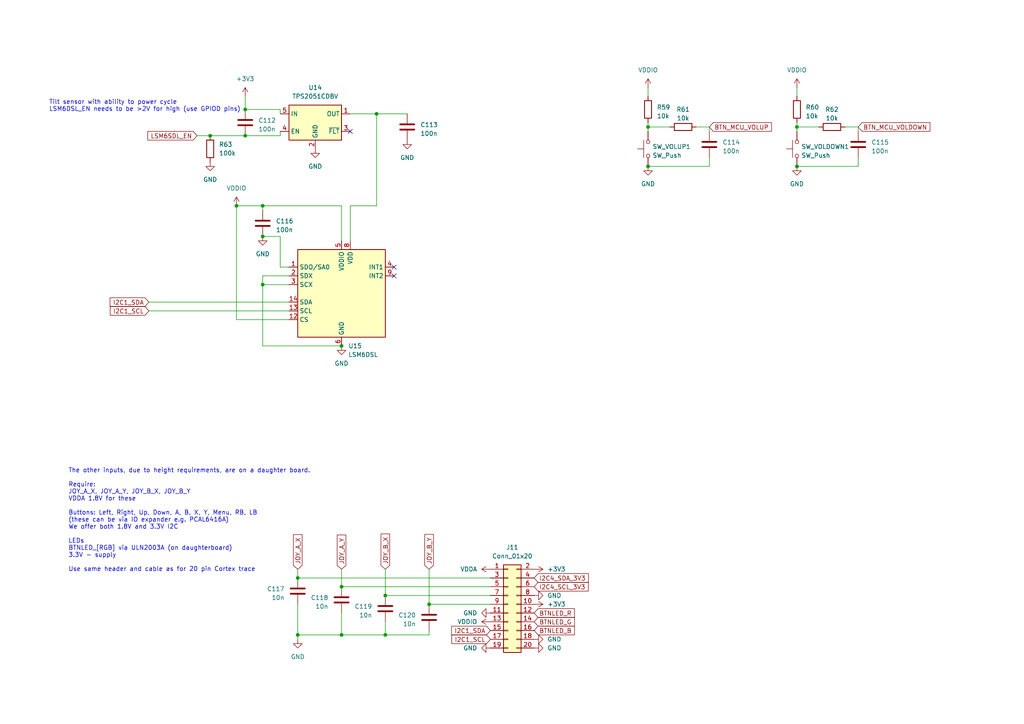
<source format=kicad_sch>
(kicad_sch (version 20250114) (generator "eeschema") (generator_version "9.0")
  (paper "A4")
  (lib_symbols
    (symbol "Connector_Generic:Conn_02x10_Odd_Even" (pin_names (offset 1.016) (hide yes))
      (property "Reference" "J" (at 1.27 12.7 0))
      (property "Value" "Conn_02x10_Odd_Even" (at 1.27 -15.24 0))
      (symbol "Conn_02x10_Odd_Even_1_1"
        (rectangle (start -1.27 11.43) (end 3.81 -13.97) (stroke (width 0.254)) (fill (type background)))
        (rectangle (start -1.27 10.287) (end 0 10.033) (stroke (width 0.1524)))
        (rectangle (start -1.27 7.747) (end 0 7.493) (stroke (width 0.1524)))
        (rectangle (start -1.27 5.207) (end 0 4.953) (stroke (width 0.1524)))
        (rectangle (start -1.27 2.667) (end 0 2.413) (stroke (width 0.1524)))
        (rectangle (start -1.27 0.127) (end 0 -0.127) (stroke (width 0.1524)))
        (rectangle (start -1.27 -2.413) (end 0 -2.667) (stroke (width 0.1524)))
        (rectangle (start -1.27 -4.953) (end 0 -5.207) (stroke (width 0.1524)))
        (rectangle (start -1.27 -7.493) (end 0 -7.747) (stroke (width 0.1524)))
        (rectangle (start -1.27 -10.033) (end 0 -10.287) (stroke (width 0.1524)))
        (rectangle (start -1.27 -12.573) (end 0 -12.827) (stroke (width 0.1524)))
        (rectangle (start 3.81 10.287) (end 2.54 10.033) (stroke (width 0.1524)))
        (rectangle (start 3.81 7.747) (end 2.54 7.493) (stroke (width 0.1524)))
        (rectangle (start 3.81 5.207) (end 2.54 4.953) (stroke (width 0.1524)))
        (rectangle (start 3.81 2.667) (end 2.54 2.413) (stroke (width 0.1524)))
        (rectangle (start 3.81 0.127) (end 2.54 -0.127) (stroke (width 0.1524)))
        (rectangle (start 3.81 -2.413) (end 2.54 -2.667) (stroke (width 0.1524)))
        (rectangle (start 3.81 -4.953) (end 2.54 -5.207) (stroke (width 0.1524)))
        (rectangle (start 3.81 -7.493) (end 2.54 -7.747) (stroke (width 0.1524)))
        (rectangle (start 3.81 -10.033) (end 2.54 -10.287) (stroke (width 0.1524)))
        (rectangle (start 3.81 -12.573) (end 2.54 -12.827) (stroke (width 0.1524)))
        (pin passive line (at -5.08 10.16 0) (length 3.81) (name "Pin_1") (number "1"))
        (pin passive line (at -5.08 7.62 0) (length 3.81) (name "Pin_3") (number "3"))
        (pin passive line (at -5.08 5.08 0) (length 3.81) (name "Pin_5") (number "5"))
        (pin passive line (at -5.08 2.54 0) (length 3.81) (name "Pin_7") (number "7"))
        (pin passive line (at -5.08 0 0) (length 3.81) (name "Pin_9") (number "9"))
        (pin passive line (at -5.08 -2.54 0) (length 3.81) (name "Pin_11") (number "11"))
        (pin passive line (at -5.08 -5.08 0) (length 3.81) (name "Pin_13") (number "13"))
        (pin passive line (at -5.08 -7.62 0) (length 3.81) (name "Pin_15") (number "15"))
        (pin passive line (at -5.08 -10.16 0) (length 3.81) (name "Pin_17") (number "17"))
        (pin passive line (at -5.08 -12.7 0) (length 3.81) (name "Pin_19") (number "19"))
        (pin passive line (at 7.62 10.16 180) (length 3.81) (name "Pin_2") (number "2"))
        (pin passive line (at 7.62 7.62 180) (length 3.81) (name "Pin_4") (number "4"))
        (pin passive line (at 7.62 5.08 180) (length 3.81) (name "Pin_6") (number "6"))
        (pin passive line (at 7.62 2.54 180) (length 3.81) (name "Pin_8") (number "8"))
        (pin passive line (at 7.62 0 180) (length 3.81) (name "Pin_10") (number "10"))
        (pin passive line (at 7.62 -2.54 180) (length 3.81) (name "Pin_12") (number "12"))
        (pin passive line (at 7.62 -5.08 180) (length 3.81) (name "Pin_14") (number "14"))
        (pin passive line (at 7.62 -7.62 180) (length 3.81) (name "Pin_16") (number "16"))
        (pin passive line (at 7.62 -10.16 180) (length 3.81) (name "Pin_18") (number "18"))
        (pin passive line (at 7.62 -12.7 180) (length 3.81) (name "Pin_20") (number "20"))
      )
    )
    (symbol "Device:C" (pin_numbers (hide yes)) (pin_names (offset 0.254))
      (property "Reference" "C" (at 0.635 2.54 0))
      (property "Value" "C" (at 0.635 -2.54 0))
      (symbol "C_0_1"
        (polyline (pts (xy -2.032 0.762) (xy 2.032 0.762)) (stroke (width 0.508)))
        (polyline (pts (xy -2.032 -0.762) (xy 2.032 -0.762)) (stroke (width 0.508)))
      )
      (symbol "C_1_1"
        (pin passive line (at 0 3.81 270) (length 2.794) (name "~") (number "1"))
        (pin passive line (at 0 -3.81 90) (length 2.794) (name "~") (number "2"))
      )
    )
    (symbol "Device:R" (pin_numbers (hide yes)) (pin_names (offset 0))
      (property "Reference" "R" (at 2.032 0 90))
      (property "Value" "R" (at 0 0 90))
      (symbol "R_0_1"
        (rectangle (start -1.016 -2.54) (end 1.016 2.54) (stroke (width 0.254)))
      )
      (symbol "R_1_1"
        (pin passive line (at 0 3.81 270) (length 1.27) (name "~") (number "1"))
        (pin passive line (at 0 -3.81 90) (length 1.27) (name "~") (number "2"))
      )
    )
    (symbol "Power_Management:TPS2051CDBV"
      (property "Reference" "U" (at -7.62 -6.35 0))
      (property "Value" "TPS2051CDBV" (at -7.62 6.35 0))
      (symbol "TPS2051CDBV_0_1"
        (rectangle (start -7.62 5.08) (end 7.62 -5.08) (stroke (width 0.254)) (fill (type background)))
      )
      (symbol "TPS2051CDBV_1_1"
        (pin power_in line (at -10.16 2.54 0) (length 2.54) (name "IN") (number "5"))
        (pin input line (at -10.16 -2.54 0) (length 2.54) (name "EN") (number "4"))
        (pin power_in line (at 0 -7.62 90) (length 2.54) (name "GND") (number "2"))
        (pin power_out line (at 10.16 2.54 180) (length 2.54) (name "OUT") (number "1"))
        (pin open_collector line (at 10.16 -2.54 180) (length 2.54) (name "~{FLT}") (number "3"))
      )
    )
    (symbol "Sensor_Motion:LSM6DSL"
      (property "Reference" "U" (at -11.43 15.24 0))
      (property "Value" "LSM6DSL" (at -11.43 12.7 0))
      (symbol "LSM6DSL_0_1"
        (rectangle (start -12.7 12.7) (end 12.7 -12.7) (stroke (width 0.254)) (fill (type background)))
      )
      (symbol "LSM6DSL_1_1"
        (pin bidirectional line (at -15.24 7.62 0) (length 2.54) (name "SDO/SA0") (number "1"))
        (pin bidirectional line (at -15.24 5.08 0) (length 2.54) (name "SDX") (number "2"))
        (pin input line (at -15.24 2.54 0) (length 2.54) (name "SCX") (number "3"))
        (pin bidirectional line (at -15.24 -2.54 0) (length 2.54) (name "SDA") (number "14"))
        (pin input line (at -15.24 -5.08 0) (length 2.54) (name "SCL") (number "13"))
        (pin input line (at -15.24 -7.62 0) (length 2.54) (name "CS") (number "12"))
        (pin power_in line (at 0 15.24 270) (length 2.54) (name "VDDIO") (number "5"))
        (pin power_in line (at 0 -15.24 90) (length 2.54) (name "GND") (number "6"))
        (pin passive line (at 0 -15.24 90) (length 2.54) (hide yes) (name "GND") (number "7"))
        (pin power_in line (at 2.54 15.24 270) (length 2.54) (name "VDD") (number "8"))
        (pin no_connect line (at 12.7 -2.54 180) (length 3.81) (hide yes) (name "NC") (number "11"))
        (pin no_connect line (at 12.7 -5.08 180) (length 3.81) (hide yes) (name "NC") (number "10"))
        (pin output line (at 15.24 7.62 180) (length 2.54) (name "INT1") (number "4"))
        (pin output line (at 15.24 5.08 180) (length 2.54) (name "INT2") (number "9"))
      )
    )
    (symbol "Switch:SW_Push" (pin_numbers (hide yes)) (pin_names (offset 1.016) (hide yes))
      (property "Reference" "SW" (at 1.27 2.54 0))
      (property "Value" "SW_Push" (at 0 -1.524 0))
      (symbol "SW_Push_0_1"
        (circle (center -2.032 0) (radius 0.508))
        (polyline (pts (xy 0 1.27) (xy 0 3.048)))
        (circle (center 2.032 0) (radius 0.508))
        (polyline (pts (xy 2.54 1.27) (xy -2.54 1.27)))
        (pin passive line (at -5.08 0 0) (length 2.54) (name "1") (number "1"))
        (pin passive line (at 5.08 0 180) (length 2.54) (name "2") (number "2"))
      )
    )
    (symbol "power:+3V3" (power) (pin_numbers (hide yes)) (pin_names (offset 0) (hide yes))
      (property "Value" "+3V3" (at 0 3.556 0))
      (symbol "+3V3_0_1"
        (polyline (pts (xy -0.762 1.27) (xy 0 2.54)))
        (polyline (pts (xy 0 2.54) (xy 0.762 1.27)))
        (polyline (pts (xy 0 0) (xy 0 2.54)))
      )
      (symbol "+3V3_1_1"
        (pin power_in line (at 0 0 90) (length 0) (name "~") (number "1"))
      )
    )
    (symbol "power:GND" (power) (pin_numbers (hide yes)) (pin_names (offset 0) (hide yes))
      (property "Value" "GND" (at 0 -3.81 0))
      (symbol "GND_0_1"
        (polyline (pts (xy 0 0) (xy 0 -1.27) (xy 1.27 -1.27) (xy 0 -2.54) (xy -1.27 -1.27) (xy 0 -1.27)))
      )
      (symbol "GND_1_1"
        (pin power_in line (at 0 0 270) (length 0) (name "~") (number "1"))
      )
    )
    (symbol "power:VDD" (power) (pin_numbers (hide yes)) (pin_names (offset 0) (hide yes))
      (property "Value" "VDD" (at 0 3.556 0))
      (symbol "VDD_0_1"
        (polyline (pts (xy -0.762 1.27) (xy 0 2.54)))
        (polyline (pts (xy 0 2.54) (xy 0.762 1.27)))
        (polyline (pts (xy 0 0) (xy 0 2.54)))
      )
      (symbol "VDD_1_1"
        (pin power_in line (at 0 0 90) (length 0) (name "~") (number "1"))
      )
    )
    (symbol "power:VDDA" (power) (pin_numbers (hide yes)) (pin_names (offset 0) (hide yes))
      (property "Value" "VDDA" (at 0 3.556 0))
      (symbol "VDDA_0_1"
        (polyline (pts (xy -0.762 1.27) (xy 0 2.54)))
        (polyline (pts (xy 0 2.54) (xy 0.762 1.27)))
        (polyline (pts (xy 0 0) (xy 0 2.54)))
      )
      (symbol "VDDA_1_1"
        (pin power_in line (at 0 0 90) (length 0) (name "~") (number "1"))
      )
    )
  )
  (text "Tilt sensor with ability to power cycle\nLSM6DSL_EN needs to be >2V for high (use GPIOD pins)" (at 14.224 30.734 0) (effects (font (size 1.27 1.27)) (justify left)))
  (text "The other inputs, due to height requirements, are on a daughter board.\n\nRequire:\nJOY_A_X, JOY_A_Y, JOY_B_X, JOY_B_Y\nVDDA 1.8V for these\n\nButtons: Left, Right, Up, Down, A, B, X, Y, Menu, RB, LB\n(these can be via IO expander e.g. PCAL6416A)\nWe offer both 1.8V and 3.3V I2C\n\nLEDs\nBTNLED_[RGB] via ULN2003A (on daughterboard)\n3.3V - supply\n\nUse same header and cable as for 20 pin Cortex trace" (at 19.812 150.876 0) (effects (font (size 1.27 1.27)) (justify left)))
  (junction (at 99.06 100.33))
  (junction (at 99.06 184.15))
  (junction (at 60.96 39.37))
  (junction (at 86.36 184.15))
  (junction (at 187.96 36.83))
  (junction (at 99.06 170.18))
  (junction (at 71.12 39.37))
  (junction (at 231.14 36.83))
  (junction (at 111.76 184.15))
  (junction (at 71.12 31.75))
  (junction (at 109.22 33.02))
  (junction (at 76.2 82.55))
  (junction (at 187.96 48.26))
  (junction (at 68.58 59.69))
  (junction (at 76.2 68.58))
  (junction (at 231.14 48.26))
  (junction (at 76.2 59.69))
  (junction (at 124.46 175.26))
  (junction (at 111.76 172.72))
  (junction (at 86.36 167.64))
  (no_connect (at 114.3 77.47))
  (no_connect (at 114.3 80.01))
  (no_connect (at 101.6 38.1))
  (wire (pts (xy 99.06 59.69) (xy 99.06 69.85)))
  (wire (pts (xy 101.6 59.69) (xy 101.6 69.85)))
  (wire (pts (xy 76.2 82.55) (xy 76.2 100.33)))
  (wire (pts (xy 111.76 180.34) (xy 111.76 184.15)))
  (wire (pts (xy 248.92 48.26) (xy 248.92 45.72)))
  (wire (pts (xy 81.28 77.47) (xy 81.28 68.58)))
  (wire (pts (xy 111.76 172.72) (xy 142.24 172.72)))
  (wire (pts (xy 99.06 177.8) (xy 99.06 184.15)))
  (wire (pts (xy 86.36 175.26) (xy 86.36 184.15)))
  (wire (pts (xy 231.14 35.56) (xy 231.14 36.83)))
  (wire (pts (xy 68.58 92.71) (xy 68.58 59.69)))
  (wire (pts (xy 187.96 35.56) (xy 187.96 36.83)))
  (wire (pts (xy 99.06 170.18) (xy 142.24 170.18)))
  (wire (pts (xy 60.96 39.37) (xy 71.12 39.37)))
  (wire (pts (xy 76.2 80.01) (xy 76.2 82.55)))
  (wire (pts (xy 43.18 87.63) (xy 83.82 87.63)))
  (wire (pts (xy 83.82 92.71) (xy 68.58 92.71)))
  (wire (pts (xy 109.22 33.02) (xy 109.22 59.69)))
  (wire (pts (xy 57.15 39.37) (xy 60.96 39.37)))
  (wire (pts (xy 187.96 48.26) (xy 205.74 48.26)))
  (wire (pts (xy 231.14 36.83) (xy 237.49 36.83)))
  (wire (pts (xy 111.76 184.15) (xy 99.06 184.15)))
  (wire (pts (xy 187.96 36.83) (xy 194.31 36.83)))
  (wire (pts (xy 109.22 59.69) (xy 101.6 59.69)))
  (wire (pts (xy 81.28 31.75) (xy 71.12 31.75)))
  (wire (pts (xy 83.82 82.55) (xy 76.2 82.55)))
  (wire (pts (xy 124.46 182.88) (xy 124.46 184.15)))
  (wire (pts (xy 76.2 100.33) (xy 99.06 100.33)))
  (wire (pts (xy 99.06 165.1) (xy 99.06 170.18)))
  (wire (pts (xy 124.46 184.15) (xy 111.76 184.15)))
  (wire (pts (xy 99.06 59.69) (xy 76.2 59.69)))
  (wire (pts (xy 76.2 59.69) (xy 76.2 60.96)))
  (wire (pts (xy 71.12 39.37) (xy 81.28 39.37)))
  (wire (pts (xy 101.6 33.02) (xy 109.22 33.02)))
  (wire (pts (xy 99.06 184.15) (xy 86.36 184.15)))
  (wire (pts (xy 205.74 48.26) (xy 205.74 45.72)))
  (wire (pts (xy 109.22 33.02) (xy 118.11 33.02)))
  (wire (pts (xy 76.2 68.58) (xy 81.28 68.58)))
  (wire (pts (xy 71.12 27.94) (xy 71.12 31.75)))
  (wire (pts (xy 231.14 36.83) (xy 231.14 38.1)))
  (wire (pts (xy 205.74 36.83) (xy 205.74 38.1)))
  (wire (pts (xy 187.96 25.4) (xy 187.96 27.94)))
  (wire (pts (xy 201.93 36.83) (xy 205.74 36.83)))
  (wire (pts (xy 248.92 36.83) (xy 248.92 38.1)))
  (wire (pts (xy 111.76 165.1) (xy 111.76 172.72)))
  (wire (pts (xy 124.46 165.1) (xy 124.46 175.26)))
  (wire (pts (xy 86.36 165.1) (xy 86.36 167.64)))
  (wire (pts (xy 187.96 36.83) (xy 187.96 38.1)))
  (wire (pts (xy 245.11 36.83) (xy 248.92 36.83)))
  (wire (pts (xy 86.36 167.64) (xy 142.24 167.64)))
  (wire (pts (xy 76.2 59.69) (xy 68.58 59.69)))
  (wire (pts (xy 81.28 33.02) (xy 81.28 31.75)))
  (wire (pts (xy 83.82 77.47) (xy 81.28 77.47)))
  (wire (pts (xy 83.82 80.01) (xy 76.2 80.01)))
  (wire (pts (xy 124.46 175.26) (xy 142.24 175.26)))
  (wire (pts (xy 231.14 25.4) (xy 231.14 27.94)))
  (wire (pts (xy 81.28 39.37) (xy 81.28 38.1)))
  (wire (pts (xy 43.18 90.17) (xy 83.82 90.17)))
  (wire (pts (xy 231.14 48.26) (xy 248.92 48.26)))
  (wire (pts (xy 86.36 184.15) (xy 86.36 185.42)))
  (global_label "BTNLED_G" (shape input) (at 154.94 180.34 0) (property "Intersheetrefs" "${INTERSHEET_REFS}" (effects (hide yes))))
  (global_label "BTNLED_R" (shape input) (at 154.94 177.8 0) (property "Intersheetrefs" "${INTERSHEET_REFS}" (effects (hide yes))))
  (global_label "BTNLED_B" (shape input) (at 154.94 182.88 0) (property "Intersheetrefs" "${INTERSHEET_REFS}" (effects (hide yes))))
  (global_label "JOY_A_Y" (shape input) (at 99.06 165.1 90) (property "Intersheetrefs" "${INTERSHEET_REFS}" (effects (hide yes))))
  (global_label "I2C4_SCL_3V3" (shape input) (at 154.94 170.18 0) (property "Intersheetrefs" "${INTERSHEET_REFS}" (effects (hide yes))))
  (global_label "JOY_A_X" (shape input) (at 86.36 165.1 90) (property "Intersheetrefs" "${INTERSHEET_REFS}" (effects (hide yes))))
  (global_label "BTN_MCU_VOLDOWN" (shape input) (at 248.92 36.83 0) (property "Intersheetrefs" "${INTERSHEET_REFS}" (effects (hide yes))))
  (global_label "I2C1_SDA" (shape input) (at 142.24 182.88 180) (property "Intersheetrefs" "${INTERSHEET_REFS}" (effects (hide yes))))
  (global_label "LSM6SDL_EN" (shape input) (at 57.15 39.37 180) (property "Intersheetrefs" "${INTERSHEET_REFS}" (effects (hide yes))))
  (global_label "I2C1_SCL" (shape input) (at 142.24 185.42 180) (property "Intersheetrefs" "${INTERSHEET_REFS}" (effects (hide yes))))
  (global_label "JOY_B_X" (shape input) (at 111.76 165.1 90) (property "Intersheetrefs" "${INTERSHEET_REFS}" (effects (hide yes))))
  (global_label "I2C4_SDA_3V3" (shape input) (at 154.94 167.64 0) (property "Intersheetrefs" "${INTERSHEET_REFS}" (effects (hide yes))))
  (global_label "I2C1_SCL" (shape input) (at 43.18 90.17 180) (property "Intersheetrefs" "${INTERSHEET_REFS}" (effects (hide yes))))
  (global_label "JOY_B_Y" (shape input) (at 124.46 165.1 90) (property "Intersheetrefs" "${INTERSHEET_REFS}" (effects (hide yes))))
  (global_label "BTN_MCU_VOLUP" (shape input) (at 205.74 36.83 0) (property "Intersheetrefs" "${INTERSHEET_REFS}" (effects (hide yes))))
  (global_label "I2C1_SDA" (shape input) (at 43.18 87.63 180) (property "Intersheetrefs" "${INTERSHEET_REFS}" (effects (hide yes))))
  (symbol (lib_id "Device:R") (at 198.12 36.83 90) (unit 1)
    (property "Reference" "R61" (at 198.12 31.75 90))
    (property "Value" "10k" (at 198.12 34.29 90))
    (property "Footprint" "Resistor_SMD:R_0603_1608Metric" (effects (hide yes)))
  )
  (symbol (lib_id "Device:C") (at 248.92 41.91 0) (unit 1)
    (property "Reference" "C115" (at 252.73 41.275 0) (effects (justify left)))
    (property "Value" "100n" (at 252.73 43.815 0) (effects (justify left)))
    (property "Footprint" "Capacitor_SMD:C_0603_1608Metric" (effects (hide yes)))
  )
  (symbol (lib_id "Device:C") (at 111.76 176.53 0) (mirror y) (unit 1)
    (property "Reference" "C119" (at 107.95 175.895 0) (effects (justify left)))
    (property "Value" "10n" (at 107.95 178.435 0) (effects (justify left)))
    (property "Footprint" "Capacitor_SMD:C_0603_1608Metric" (effects (hide yes)))
  )
  (symbol (lib_id "Device:C") (at 124.46 179.07 0) (mirror y) (unit 1)
    (property "Reference" "C120" (at 120.65 178.435 0) (effects (justify left)))
    (property "Value" "10n" (at 120.65 180.975 0) (effects (justify left)))
    (property "Footprint" "Capacitor_SMD:C_0603_1608Metric" (effects (hide yes)))
  )
  (symbol (lib_id "Device:C") (at 71.12 35.56 0) (unit 1)
    (property "Reference" "C112" (at 74.93 34.925 0) (effects (justify left)))
    (property "Value" "100n" (at 74.93 37.465 0) (effects (justify left)))
    (property "Footprint" "Capacitor_SMD:C_0603_1608Metric" (effects (hide yes)))
  )
  (symbol (lib_id "power:GND") (at 60.96 46.99 0) (unit 1)
    (property "Reference" "#PWR0335" (effects (hide yes)))
    (property "Value" "GND" (at 60.96 52.07 0))
    (property "Description" "Power symbol creates a global label with name \"GND\" , ground" (effects (hide yes)))
  )
  (symbol (lib_id "Device:C") (at 118.11 36.83 0) (unit 1)
    (property "Reference" "C113" (at 121.92 36.195 0) (effects (justify left)))
    (property "Value" "100n" (at 121.92 38.735 0) (effects (justify left)))
    (property "Footprint" "Capacitor_SMD:C_0603_1608Metric" (effects (hide yes)))
  )
  (symbol (lib_id "Device:R") (at 231.14 31.75 0) (unit 1)
    (property "Reference" "R60" (at 233.68 31.115 0) (effects (justify left)))
    (property "Value" "10k" (at 233.68 33.655 0) (effects (justify left)))
    (property "Footprint" "Resistor_SMD:R_0603_1608Metric" (effects (hide yes)))
  )
  (symbol (lib_id "power:+3V3") (at 154.94 165.1 270) (mirror x) (unit 1)
    (property "Reference" "#PWR0342" (effects (hide yes)))
    (property "Value" "+3V3" (at 158.75 165.1001 90) (effects (justify left)))
    (property "Description" "Power symbol creates a global label with name \"+3V3\"" (effects (hide yes)))
  )
  (symbol (lib_id "power:GND") (at 86.36 185.42 0) (unit 1)
    (property "Reference" "#PWR0347" (effects (hide yes)))
    (property "Value" "GND" (at 86.36 190.5 0))
    (property "Description" "Power symbol creates a global label with name \"GND\" , ground" (effects (hide yes)))
  )
  (symbol (lib_id "power:VDD") (at 68.58 59.69 0) (unit 1)
    (property "Reference" "#PWR0338" (effects (hide yes)))
    (property "Value" "VDDIO" (at 68.58 54.61 0))
    (property "Description" "Power symbol creates a global label with name \"VDD\"" (effects (hide yes)))
  )
  (symbol (lib_id "Connector_Generic:Conn_02x10_Odd_Even") (at 147.32 175.26 0) (unit 1)
    (property "Reference" "J11" (at 148.59 158.75 0))
    (property "Value" "Conn_01x20" (at 148.59 161.29 0))
    (property "Footprint" "Connector_PinHeader_1.27mm:PinHeader_2x10_P1.27mm_Vertical_SMD" (effects (hide yes)))
    (property "Description" "Generic connector, double row, 02x10, odd/even pin numbering scheme (row 1 odd numbers, row 2 even numbers), script generated (kicad-library-utils/schlib/autogen/connector/)" (effects (hide yes)))
  )
  (symbol (lib_id "power:GND") (at 231.14 48.26 0) (unit 1)
    (property "Reference" "#PWR0337" (effects (hide yes)))
    (property "Value" "GND" (at 231.14 53.34 0))
    (property "Description" "Power symbol creates a global label with name \"GND\" , ground" (effects (hide yes)))
  )
  (symbol (lib_id "power:GND") (at 142.24 177.8 270) (unit 1)
    (property "Reference" "#PWR0345" (effects (hide yes)))
    (property "Value" "GND" (at 138.43 177.8001 90) (effects (justify right)))
    (property "Description" "Power symbol creates a global label with name \"GND\" , ground" (effects (hide yes)))
  )
  (symbol (lib_id "Device:R") (at 241.3 36.83 90) (unit 1)
    (property "Reference" "R62" (at 241.3 31.75 90))
    (property "Value" "10k" (at 241.3 34.29 90))
    (property "Footprint" "Resistor_SMD:R_0603_1608Metric" (effects (hide yes)))
  )
  (symbol (lib_id "power:GND") (at 187.96 48.26 0) (unit 1)
    (property "Reference" "#PWR0336" (effects (hide yes)))
    (property "Value" "GND" (at 187.96 53.34 0))
    (property "Description" "Power symbol creates a global label with name \"GND\" , ground" (effects (hide yes)))
  )
  (symbol (lib_id "power:GND") (at 154.94 172.72 90) (mirror x) (unit 1)
    (property "Reference" "#PWR0343" (effects (hide yes)))
    (property "Value" "GND" (at 158.75 172.7201 90) (effects (justify right)))
    (property "Description" "Power symbol creates a global label with name \"GND\" , ground" (effects (hide yes)))
  )
  (symbol (lib_id "power:VDD") (at 142.24 180.34 90) (unit 1)
    (property "Reference" "#PWR0346" (effects (hide yes)))
    (property "Value" "VDDIO" (at 138.43 180.3401 90) (effects (justify left)))
    (property "Description" "Power symbol creates a global label with name \"VDD\"" (effects (hide yes)))
  )
  (symbol (lib_id "Switch:SW_Push") (at 187.96 43.18 90) (unit 1)
    (property "Reference" "SW_VOLUP1" (at 189.23 42.545 90) (effects (justify right)))
    (property "Value" "SW_Push" (at 189.23 45.085 90) (effects (justify right)))
    (property "Footprint" "Button_Switch_THT:SW_Tactile_SKHH_Angled" (effects (hide yes)))
  )
  (symbol (lib_id "Sensor_Motion:LSM6DSL") (at 99.06 85.09 0) (unit 1)
    (property "Reference" "U15" (at 101.0159 100.33 0) (effects (justify left)))
    (property "Value" "LSM6DSL" (at 101.0159 102.87 0) (effects (justify left)))
    (property "Footprint" "Package_LGA:LGA-14_3x2.5mm_P0.5mm_LayoutBorder3x4y" (effects (hide yes)))
    (property "Datasheet" "https://www.st.com/resource/en/datasheet/lsm6dsl.pdf" (effects (hide yes)))
  )
  (symbol (lib_id "Device:R") (at 187.96 31.75 0) (unit 1)
    (property "Reference" "R59" (at 190.5 31.115 0) (effects (justify left)))
    (property "Value" "10k" (at 190.5 33.655 0) (effects (justify left)))
    (property "Footprint" "Resistor_SMD:R_0603_1608Metric" (effects (hide yes)))
  )
  (symbol (lib_id "power:GND") (at 154.94 187.96 90) (mirror x) (unit 1)
    (property "Reference" "#PWR0350" (effects (hide yes)))
    (property "Value" "GND" (at 158.75 187.9601 90) (effects (justify right)))
    (property "Description" "Power symbol creates a global label with name \"GND\" , ground" (effects (hide yes)))
  )
  (symbol (lib_id "Switch:SW_Push") (at 231.14 43.18 90) (unit 1)
    (property "Reference" "SW_VOLDOWN1" (at 232.41 42.545 90) (effects (justify right)))
    (property "Value" "SW_Push" (at 232.41 45.085 90) (effects (justify right)))
    (property "Footprint" "Button_Switch_THT:SW_Tactile_SKHH_Angled" (effects (hide yes)))
  )
  (symbol (lib_id "power:VDD") (at 231.14 25.4 0) (unit 1)
    (property "Reference" "#PWR0331" (effects (hide yes)))
    (property "Value" "VDDIO" (at 231.14 20.32 0))
    (property "Description" "Power symbol creates a global label with name \"VDD\"" (effects (hide yes)))
  )
  (symbol (lib_id "Device:C") (at 205.74 41.91 0) (unit 1)
    (property "Reference" "C114" (at 209.55 41.275 0) (effects (justify left)))
    (property "Value" "100n" (at 209.55 43.815 0) (effects (justify left)))
    (property "Footprint" "Capacitor_SMD:C_0603_1608Metric" (effects (hide yes)))
  )
  (symbol (lib_id "power:VDDA") (at 142.24 165.1 90) (unit 1)
    (property "Reference" "#PWR0341" (effects (hide yes)))
    (property "Value" "VDDA" (at 138.43 165.1001 90) (effects (justify left)))
    (property "Description" "Power symbol creates a global label with name \"VDDA\"" (effects (hide yes)))
  )
  (symbol (lib_id "power:GND") (at 118.11 40.64 0) (unit 1)
    (property "Reference" "#PWR0333" (effects (hide yes)))
    (property "Value" "GND" (at 118.11 45.72 0))
    (property "Description" "Power symbol creates a global label with name \"GND\" , ground" (effects (hide yes)))
  )
  (symbol (lib_id "Device:R") (at 60.96 43.18 0) (mirror y) (unit 1)
    (property "Reference" "R63" (at 63.5 41.9099 0) (effects (justify right)))
    (property "Value" "100k" (at 63.5 44.4499 0) (effects (justify right)))
    (property "Footprint" "Resistor_SMD:R_0603_1608Metric" (effects (hide yes)))
  )
  (symbol (lib_id "power:GND") (at 76.2 68.58 0) (unit 1)
    (property "Reference" "#PWR0339" (effects (hide yes)))
    (property "Value" "GND" (at 76.2 73.66 0))
    (property "Description" "Power symbol creates a global label with name \"GND\" , ground" (effects (hide yes)))
  )
  (symbol (lib_id "power:GND") (at 99.06 100.33 0) (unit 1)
    (property "Reference" "#PWR0340" (effects (hide yes)))
    (property "Value" "GND" (at 99.06 105.41 0))
    (property "Description" "Power symbol creates a global label with name \"GND\" , ground" (effects (hide yes)))
  )
  (symbol (lib_id "Power_Management:TPS2051CDBV") (at 91.44 35.56 0) (unit 1)
    (property "Reference" "U14" (at 91.44 25.4 0))
    (property "Value" "TPS2051CDBV" (at 91.44 27.94 0))
    (property "Footprint" "Package_TO_SOT_SMD:SOT-23-5" (effects (hide yes)))
    (property "Datasheet" "https://www.ti.com/lit/ds/symlink/tps2051c.pdf" (effects (hide yes)))
    (property "Description" "0.5A Current limited power switch, single channel, output discharge, reverse blocking, SOT-23-5" (effects (hide yes)))
  )
  (symbol (lib_id "power:GND") (at 142.24 187.96 270) (unit 1)
    (property "Reference" "#PWR0349" (effects (hide yes)))
    (property "Value" "GND" (at 138.43 187.9601 90) (effects (justify right)))
    (property "Description" "Power symbol creates a global label with name \"GND\" , ground" (effects (hide yes)))
  )
  (symbol (lib_id "Device:C") (at 86.36 171.45 0) (mirror y) (unit 1)
    (property "Reference" "C117" (at 82.55 170.815 0) (effects (justify left)))
    (property "Value" "10n" (at 82.55 173.355 0) (effects (justify left)))
    (property "Footprint" "Capacitor_SMD:C_0603_1608Metric" (effects (hide yes)))
  )
  (symbol (lib_id "power:VDD") (at 187.96 25.4 0) (unit 1)
    (property "Reference" "#PWR0330" (effects (hide yes)))
    (property "Value" "VDDIO" (at 187.96 20.32 0))
    (property "Description" "Power symbol creates a global label with name \"VDD\"" (effects (hide yes)))
  )
  (symbol (lib_id "power:+3V3") (at 71.12 27.94 0) (mirror y) (unit 1)
    (property "Reference" "#PWR0332" (effects (hide yes)))
    (property "Value" "+3V3" (at 71.12 22.86 0))
    (property "Description" "Power symbol creates a global label with name \"+3V3\"" (effects (hide yes)))
  )
  (symbol (lib_id "Device:C") (at 99.06 173.99 0) (mirror y) (unit 1)
    (property "Reference" "C118" (at 95.25 173.355 0) (effects (justify left)))
    (property "Value" "10n" (at 95.25 175.895 0) (effects (justify left)))
    (property "Footprint" "Capacitor_SMD:C_0603_1608Metric" (effects (hide yes)))
  )
  (symbol (lib_id "power:GND") (at 154.94 185.42 90) (mirror x) (unit 1)
    (property "Reference" "#PWR0348" (effects (hide yes)))
    (property "Value" "GND" (at 158.75 185.4201 90) (effects (justify right)))
    (property "Description" "Power symbol creates a global label with name \"GND\" , ground" (effects (hide yes)))
  )
  (symbol (lib_id "power:+3V3") (at 154.94 175.26 270) (mirror x) (unit 1)
    (property "Reference" "#PWR0344" (effects (hide yes)))
    (property "Value" "+3V3" (at 158.75 175.2601 90) (effects (justify left)))
    (property "Description" "Power symbol creates a global label with name \"+3V3\"" (effects (hide yes)))
  )
  (symbol (lib_id "Device:C") (at 76.2 64.77 0) (unit 1)
    (property "Reference" "C116" (at 80.01 64.135 0) (effects (justify left)))
    (property "Value" "100n" (at 80.01 66.675 0) (effects (justify left)))
    (property "Footprint" "Capacitor_SMD:C_0603_1608Metric" (effects (hide yes)))
  )
  (symbol (lib_id "power:GND") (at 91.44 43.18 0) (unit 1)
    (property "Reference" "#PWR0334" (effects (hide yes)))
    (property "Value" "GND" (at 91.44 48.26 0))
    (property "Description" "Power symbol creates a global label with name \"GND\" , ground" (effects (hide yes)))
  )
)
</source>
